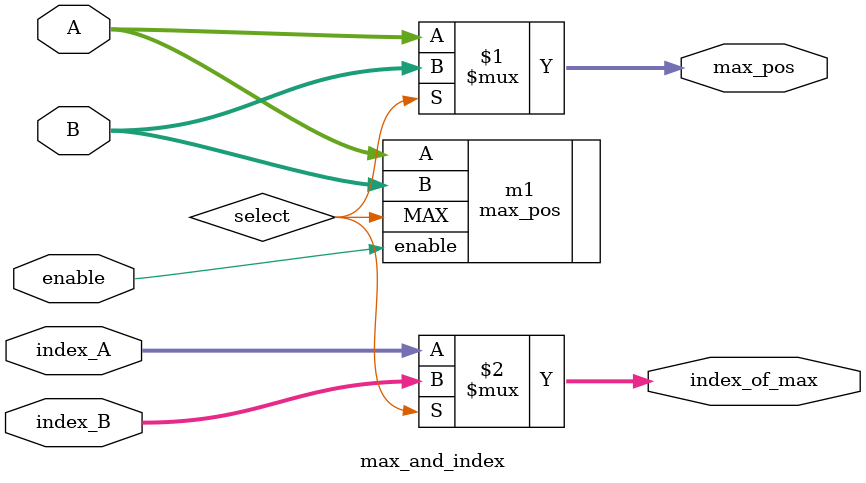
<source format=v>
module max_and_index(A, B,
  index_A, index_B,
  enable,
  max_pos,
  index_of_max); 
  
    parameter p_size = 32;
    parameter POS_num_bit = 4;
    
  input [p_size-1:0] A, B;
  input [POS_num_bit-1:0] index_A, index_B;
  input enable;
  output [p_size-1:0] max_pos;
  output [POS_num_bit-1:0] index_of_max;
  
  wire select;
  max_pos m1 (.enable(enable), .A(A), .B(B), .MAX(select));
  assign max_pos = select ? B : A;
  assign index_of_max = select ? index_B : index_A;
  
endmodule

</source>
